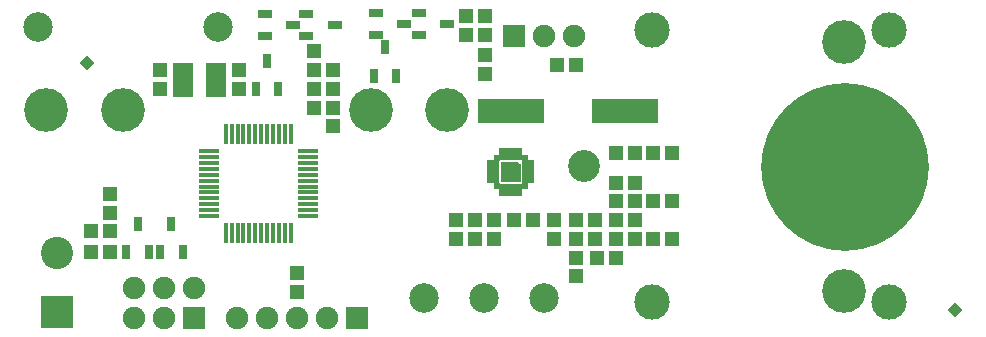
<source format=gbr>
G04 DipTrace 3.3.1.3*
G04 GBS.gbr*
%MOIN*%
G04 #@! TF.FileFunction,Soldermask,Bot*
G04 #@! TF.Part,Single*
%AMOUTLINE1*
4,1,5,
-0.034848,0.034207,
-0.034848,-0.034218,
0.034836,-0.034218,
0.034848,0.021926,
0.022393,0.034218,
-0.034848,0.034207,
0*%
%AMOUTLINE4*
4,1,4,
-0.025253,0.0,
0.0,-0.025253,
0.025253,0.0,
0.0,0.025253,
-0.025253,0.0,
0*%
%ADD45C,0.11811*%
%ADD47C,0.106299*%
%ADD49R,0.224409X0.07874*%
%ADD51C,0.107874*%
%ADD53R,0.107874X0.107874*%
%ADD55R,0.051181X0.031496*%
%ADD57R,0.031496X0.051181*%
%ADD59C,0.098425*%
%ADD61R,0.070866X0.114173*%
%ADD63R,0.074803X0.074803*%
%ADD65C,0.074803*%
%ADD67C,0.559055*%
%ADD69C,0.145669*%
%ADD71R,0.019685X0.019685*%
%ADD73R,0.043307X0.019685*%
%ADD75R,0.019685X0.043307*%
%ADD77R,0.070866X0.017717*%
%ADD79R,0.017717X0.070866*%
%ADD81R,0.047244X0.047244*%
%ADD89OUTLINE1*%
%ADD92OUTLINE4*%
%FSLAX26Y26*%
G04*
G70*
G90*
G75*
G01*
G04 BotMask*
%LPD*%
D81*
X1168701Y1306201D3*
Y1243209D3*
X1362441Y631063D3*
Y568071D3*
X906201Y1243701D3*
Y1306693D3*
X2018701Y743701D3*
Y806693D3*
X2293699Y743701D3*
X2356692D3*
X2218699Y806201D3*
Y743209D3*
X1956201Y743701D3*
Y806693D3*
X2424951Y868701D3*
Y931693D3*
X2293701Y618701D3*
Y681693D3*
X1893701Y743701D3*
Y806693D3*
X2549206Y744037D3*
X2612198D3*
X2549950Y868701D3*
X2612942D3*
X2612451Y1031201D3*
X2549459D3*
X2487451D3*
X2424459D3*
D79*
X1124961Y1093543D3*
X1144646D3*
X1164331D3*
X1184016D3*
X1203701D3*
X1223386D3*
X1243071D3*
X1262756D3*
X1282441D3*
X1302126D3*
X1321811D3*
X1341496D3*
D77*
X1398583Y1036457D3*
Y1016772D3*
Y997087D3*
Y977402D3*
Y957717D3*
Y938031D3*
Y918346D3*
Y898661D3*
Y878976D3*
Y859291D3*
Y839606D3*
Y819921D3*
D79*
X1341496Y762835D3*
X1321811D3*
X1302126D3*
X1282441D3*
X1262756D3*
X1243071D3*
X1223386D3*
X1203701D3*
X1184016D3*
X1164331D3*
X1144646D3*
X1124961D3*
D77*
X1067874Y819921D3*
Y839606D3*
Y859291D3*
Y878976D3*
Y898661D3*
Y918346D3*
Y938031D3*
Y957717D3*
Y977402D3*
Y997087D3*
Y1016772D3*
Y1036457D3*
D89*
X2074961Y966531D3*
D75*
X2046220Y1026965D3*
X2065000D3*
X2083740D3*
X2102480D3*
D73*
X2133740Y939445D3*
Y958224D3*
Y976965D3*
Y995705D3*
X2014961Y939445D3*
X2015000Y958224D3*
Y976965D3*
X2014961Y995705D3*
D71*
X2027480Y1014445D3*
X2121220D3*
X2027480Y920705D3*
D75*
X2046220Y908224D3*
D71*
X2121220Y920705D3*
D75*
X2065000Y908224D3*
X2083740D3*
X2102480D3*
D69*
X524961Y1174803D3*
X780866D3*
X1607638D3*
X1863543D3*
X3184302Y568898D3*
Y1399606D3*
D67*
X3190562Y984252D3*
D65*
X2187008Y1420866D3*
D63*
X2087008D3*
D65*
X2287008D3*
D61*
X1093701Y1274950D3*
X983465D3*
D81*
X2293209Y806201D3*
X2356201D3*
X2149950D3*
X2086958D3*
X2424950Y743699D3*
Y806692D3*
X2362449Y681201D3*
X2425441D3*
X2487451Y806201D3*
Y743209D3*
Y868699D3*
Y931692D3*
X1418701Y1368701D3*
Y1305709D3*
D92*
X662450Y1331201D3*
X3556201Y506201D3*
D81*
X674950Y699950D3*
X737942D3*
X2293701Y1324951D3*
X2230709D3*
X737450Y831201D3*
Y894193D3*
X737451Y768702D3*
X674459D3*
X1481201Y1243209D3*
Y1306201D3*
X1924950Y1487908D3*
Y1424916D3*
X1418701Y1243701D3*
Y1180709D3*
X1481201Y1118701D3*
Y1181693D3*
X1987451Y1424950D3*
Y1487942D3*
X1987450Y1293701D3*
Y1356693D3*
D59*
X1987008Y545827D3*
X2187008D3*
X1787008D3*
X1099950Y1449951D3*
X499950D3*
D57*
X868701Y699803D3*
X793898D3*
X831299Y794291D3*
X981181Y699803D3*
X906378D3*
X943780Y794291D3*
D55*
X1256201Y1418701D3*
Y1493504D3*
X1350689Y1456102D3*
X1624941Y1422333D3*
Y1497136D3*
X1719429Y1459735D3*
X1393701Y1418701D3*
Y1493504D3*
X1488189Y1456102D3*
X1768701Y1422462D3*
Y1497265D3*
X1863189Y1459864D3*
D53*
X564016Y499764D3*
D51*
Y696614D3*
D63*
X1564016Y480984D3*
D65*
X1464016D3*
X1364016D3*
X1264016D3*
X1164016D3*
X1020276Y580984D3*
X920276D3*
X820276D3*
Y480984D3*
X920276D3*
D63*
X1020276D3*
D49*
X2074961Y1168543D3*
X2454961D3*
D47*
X2318701Y987451D3*
D45*
X3334448Y1440207D3*
X2547046D3*
X3334448Y534696D3*
X2547046D3*
D57*
X1693701Y1287451D3*
X1618898D3*
X1656299Y1381940D3*
X1299950Y1243701D3*
X1225147D3*
X1262549Y1338189D3*
M02*

</source>
